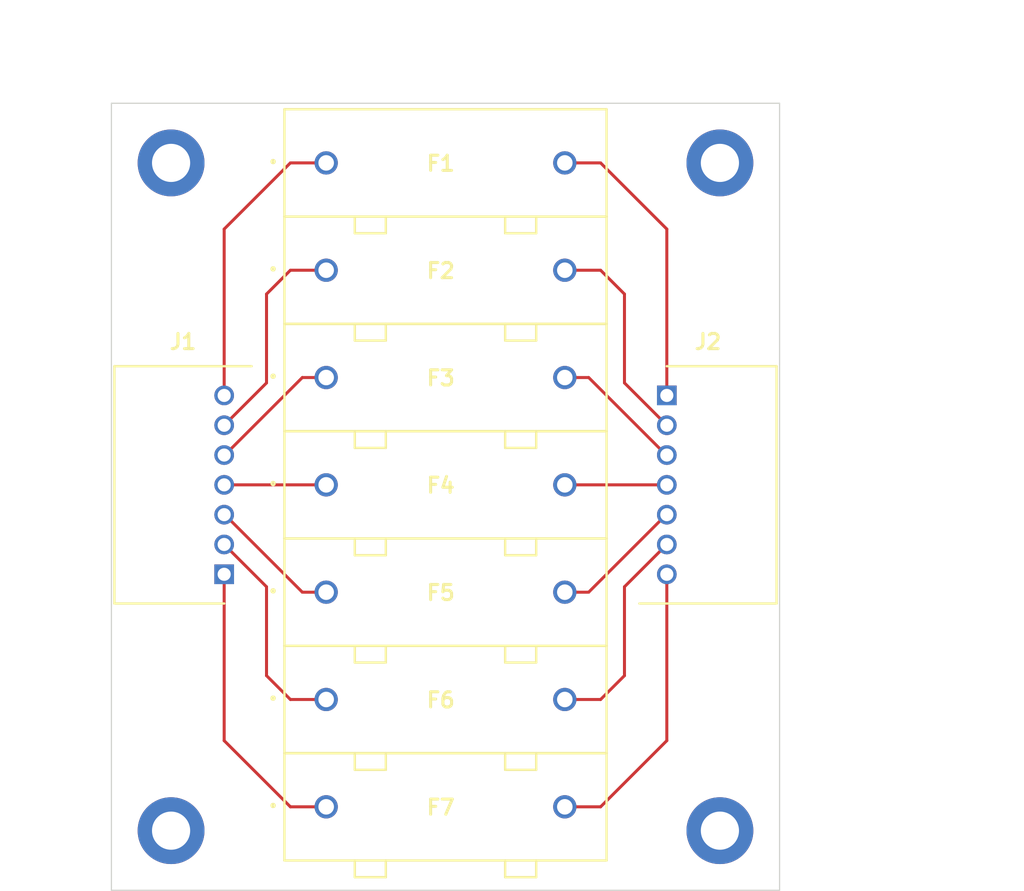
<source format=kicad_pcb>
(kicad_pcb (version 20221018) (generator pcbnew)
  (layers (0 "F.Cu" signal) (31 "B.Cu" signal) (34 "B.Paste" user) (35 "F.Paste" user) (36 "B.SilkS" user "B.Silkscreen") (37 "F.SilkS" user "F.Silkscreen") (38 "B.Mask" user) (39 "F.Mask" user) (44 "Edge.Cuts" user))
  (net 0 "")
  (net 1 "Net-(F1-Pad1)")
  (net 2 "Net-(F1-Pad2)")
  (net 3 "Net-(F2-Pad1)")
  (net 4 "Net-(F2-Pad2)")
  (net 5 "Net-(F3-Pad1)")
  (net 6 "Net-(F3-Pad2)")
  (net 7 "Net-(F4-Pad1)")
  (net 8 "Net-(F4-Pad2)")
  (net 9 "Net-(F5-Pad1)")
  (net 10 "Net-(F5-Pad2)")
  (net 11 "Net-(F6-Pad1)")
  (net 12 "Net-(F6-Pad2)")
  (net 13 "Net-(F7-Pad1)")
  (net 14 "Net-(F7-Pad2)")
  (footprint "SamacSys_Parts:F-60-A" (layer "F.Cu") (at 138 114)
    (fp_text reference "F6" (at -0.39869 0.04978) (layer "F.SilkS") (effects (font (size 1.27 1.27) (thickness 0.254))))
    (fp_text value "Fuse" hide)
    (fp_line (start -13.5 -4.5) (end 13.5 -4.5) (stroke (width 0.2)) (layer "F.SilkS"))
    (fp_line (start -13.5 4.5) (end -13.5 -4.5) (stroke (width 0.2)) (layer "F.SilkS"))
    (fp_line (start -7.6 4.5) (end -7.6 5.9) (stroke (width 0.2)) (layer "F.SilkS"))
    (fp_line (start -7.6 5.9) (end -5 5.9) (stroke (width 0.2)) (layer "F.SilkS"))
    (fp_line (start -5 5.9) (end -5 4.5) (stroke (width 0.2)) (layer "F.SilkS"))
    (fp_line (start 5 4.5) (end 5 5.9) (stroke (width 0.2)) (layer "F.SilkS"))
    (fp_line (start 5 5.9) (end 7.6 5.9) (stroke (width 0.2)) (layer "F.SilkS"))
    (fp_line (start 7.6 5.9) (end 7.6 4.5) (stroke (width 0.2)) (layer "F.SilkS"))
    (fp_line (start 13.5 -4.5) (end 13.5 4.5) (stroke (width 0.2)) (layer "F.SilkS"))
    (fp_line (start 13.5 4.5) (end -13.5 4.5) (stroke (width 0.2)) (layer "F.SilkS"))
    (fp_circle (center -14.448 -0.112) (end -14.448 0.01558) (stroke (width 0.2)) (fill none) (layer "F.SilkS"))
    (pad "1" thru_hole circle (at -10 0) (size 1.95 1.95) (drill 1.3) (layers "*.Cu" "*.Mask") (net 11 "Net-(F6-Pad1)"))
    (pad "2" thru_hole circle (at 10 0) (size 1.95 1.95) (drill 1.3) (layers "*.Cu" "*.Mask") (net 12 "Net-(F6-Pad2)"))
  )
  (footprint "SamacSys_Parts:SHDRRA7W64P0X250_1X7_1990X1150X610P" (layer "F.Cu") (at 119.45 103.5 90)
    (fp_text reference "J1" (at 19.5 -3.45 180) (layer "F.SilkS") (effects (font (size 1.27 1.27) (thickness 0.254))))
    (fp_text value "S7B-XH-A_LF__SN_" hide)
    (fp_line (start -2.45 -9.2) (end 17.45 -9.2) (stroke (width 0.2)) (layer "F.SilkS"))
    (fp_line (start -2.45 0) (end -2.45 -9.2) (stroke (width 0.2)) (layer "F.SilkS"))
    (fp_line (start 17.45 -9.2) (end 17.45 2.3) (stroke (width 0.2)) (layer "F.SilkS"))
    (pad "1" thru_hole rect (at 0 0 90) (size 1.65 1.65) (drill 1.1) (layers "*.Cu" "*.Mask") (net 13 "Net-(F7-Pad1)"))
    (pad "2" thru_hole circle (at 2.5 0 90) (size 1.65 1.65) (drill 1.1) (layers "*.Cu" "*.Mask") (net 11 "Net-(F6-Pad1)"))
    (pad "3" thru_hole circle (at 5 0 90) (size 1.65 1.65) (drill 1.1) (layers "*.Cu" "*.Mask") (net 9 "Net-(F5-Pad1)"))
    (pad "4" thru_hole circle (at 7.5 0 90) (size 1.65 1.65) (drill 1.1) (layers "*.Cu" "*.Mask") (net 7 "Net-(F4-Pad1)"))
    (pad "5" thru_hole circle (at 10 0 90) (size 1.65 1.65) (drill 1.1) (layers "*.Cu" "*.Mask") (net 5 "Net-(F3-Pad1)"))
    (pad "6" thru_hole circle (at 12.5 0 90) (size 1.65 1.65) (drill 1.1) (layers "*.Cu" "*.Mask") (net 3 "Net-(F2-Pad1)"))
    (pad "7" thru_hole circle (at 15 0 90) (size 1.65 1.65) (drill 1.1) (layers "*.Cu" "*.Mask") (net 1 "Net-(F1-Pad1)"))
  )
  (footprint "MountingHole:MountingHole_3.2mm_M3_DIN965_Pad" (layer "F.Cu") (at 161 69)
    (fp_text reference "REF**" hide)
    (fp_text value "MountingHole_3.2mm_M3_DIN965_Pad")
    (pad "1" thru_hole circle (at 0 0) (size 5.6 5.6) (drill 3.2) (layers "F&B.Cu" "*.Mask"))
  )
  (footprint "SamacSys_Parts:SHDRRA7W64P0X250_1X7_1990X1150X610P" (layer "F.Cu") (at 156.55 88.5 -90)
    (fp_text reference "J2" (at -4.5 -3.45 180) (layer "F.SilkS") (effects (font (size 1.27 1.27) (thickness 0.254))))
    (fp_text value "S7B-XH-A_LF__SN_" hide)
    (fp_line (start -2.45 -9.2) (end 17.45 -9.2) (stroke (width 0.2)) (layer "F.SilkS"))
    (fp_line (start -2.45 0) (end -2.45 -9.2) (stroke (width 0.2)) (layer "F.SilkS"))
    (fp_line (start 17.45 -9.2) (end 17.45 2.3) (stroke (width 0.2)) (layer "F.SilkS"))
    (pad "1" thru_hole rect (at 0 0 270) (size 1.65 1.65) (drill 1.1) (layers "*.Cu" "*.Mask") (net 2 "Net-(F1-Pad2)"))
    (pad "2" thru_hole circle (at 2.5 0 270) (size 1.65 1.65) (drill 1.1) (layers "*.Cu" "*.Mask") (net 4 "Net-(F2-Pad2)"))
    (pad "3" thru_hole circle (at 5 0 270) (size 1.65 1.65) (drill 1.1) (layers "*.Cu" "*.Mask") (net 6 "Net-(F3-Pad2)"))
    (pad "4" thru_hole circle (at 7.5 0 270) (size 1.65 1.65) (drill 1.1) (layers "*.Cu" "*.Mask") (net 8 "Net-(F4-Pad2)"))
    (pad "5" thru_hole circle (at 10 0 270) (size 1.65 1.65) (drill 1.1) (layers "*.Cu" "*.Mask") (net 10 "Net-(F5-Pad2)"))
    (pad "6" thru_hole circle (at 12.5 0 270) (size 1.65 1.65) (drill 1.1) (layers "*.Cu" "*.Mask") (net 12 "Net-(F6-Pad2)"))
    (pad "7" thru_hole circle (at 15 0 270) (size 1.65 1.65) (drill 1.1) (layers "*.Cu" "*.Mask") (net 14 "Net-(F7-Pad2)"))
  )
  (footprint "SamacSys_Parts:F-60-A" (layer "F.Cu") (at 138 105)
    (fp_text reference "F5" (at -0.39869 0.04978) (layer "F.SilkS") (effects (font (size 1.27 1.27) (thickness 0.254))))
    (fp_text value "Fuse" hide)
    (fp_line (start -13.5 -4.5) (end 13.5 -4.5) (stroke (width 0.2)) (layer "F.SilkS"))
    (fp_line (start -13.5 4.5) (end -13.5 -4.5) (stroke (width 0.2)) (layer "F.SilkS"))
    (fp_line (start -7.6 4.5) (end -7.6 5.9) (stroke (width 0.2)) (layer "F.SilkS"))
    (fp_line (start -7.6 5.9) (end -5 5.9) (stroke (width 0.2)) (layer "F.SilkS"))
    (fp_line (start -5 5.9) (end -5 4.5) (stroke (width 0.2)) (layer "F.SilkS"))
    (fp_line (start 5 4.5) (end 5 5.9) (stroke (width 0.2)) (layer "F.SilkS"))
    (fp_line (start 5 5.9) (end 7.6 5.9) (stroke (width 0.2)) (layer "F.SilkS"))
    (fp_line (start 7.6 5.9) (end 7.6 4.5) (stroke (width 0.2)) (layer "F.SilkS"))
    (fp_line (start 13.5 -4.5) (end 13.5 4.5) (stroke (width 0.2)) (layer "F.SilkS"))
    (fp_line (start 13.5 4.5) (end -13.5 4.5) (stroke (width 0.2)) (layer "F.SilkS"))
    (fp_circle (center -14.448 -0.112) (end -14.448 0.01558) (stroke (width 0.2)) (fill none) (layer "F.SilkS"))
    (pad "1" thru_hole circle (at -10 0) (size 1.95 1.95) (drill 1.3) (layers "*.Cu" "*.Mask") (net 9 "Net-(F5-Pad1)"))
    (pad "2" thru_hole circle (at 10 0) (size 1.95 1.95) (drill 1.3) (layers "*.Cu" "*.Mask") (net 10 "Net-(F5-Pad2)"))
  )
  (footprint "SamacSys_Parts:F-60-A" (layer "F.Cu") (at 138 69)
    (fp_text reference "F1" (at -0.39869 0.04978) (layer "F.SilkS") (effects (font (size 1.27 1.27) (thickness 0.254))))
    (fp_text value "Fuse" hide)
    (fp_line (start -13.5 -4.5) (end 13.5 -4.5) (stroke (width 0.2)) (layer "F.SilkS"))
    (fp_line (start -13.5 4.5) (end -13.5 -4.5) (stroke (width 0.2)) (layer "F.SilkS"))
    (fp_line (start -7.6 4.5) (end -7.6 5.9) (stroke (width 0.2)) (layer "F.SilkS"))
    (fp_line (start -7.6 5.9) (end -5 5.9) (stroke (width 0.2)) (layer "F.SilkS"))
    (fp_line (start -5 5.9) (end -5 4.5) (stroke (width 0.2)) (layer "F.SilkS"))
    (fp_line (start 5 4.5) (end 5 5.9) (stroke (width 0.2)) (layer "F.SilkS"))
    (fp_line (start 5 5.9) (end 7.6 5.9) (stroke (width 0.2)) (layer "F.SilkS"))
    (fp_line (start 7.6 5.9) (end 7.6 4.5) (stroke (width 0.2)) (layer "F.SilkS"))
    (fp_line (start 13.5 -4.5) (end 13.5 4.5) (stroke (width 0.2)) (layer "F.SilkS"))
    (fp_line (start 13.5 4.5) (end -13.5 4.5) (stroke (width 0.2)) (layer "F.SilkS"))
    (fp_circle (center -14.448 -0.112) (end -14.448 0.01558) (stroke (width 0.2)) (fill none) (layer "F.SilkS"))
    (pad "1" thru_hole circle (at -10 0) (size 1.95 1.95) (drill 1.3) (layers "*.Cu" "*.Mask") (net 1 "Net-(F1-Pad1)"))
    (pad "2" thru_hole circle (at 10 0) (size 1.95 1.95) (drill 1.3) (layers "*.Cu" "*.Mask") (net 2 "Net-(F1-Pad2)"))
  )
  (footprint "MountingHole:MountingHole_3.2mm_M3_DIN965_Pad" (layer "F.Cu") (at 115 125)
    (fp_text reference "REF**" hide)
    (fp_text value "MountingHole_3.2mm_M3_DIN965_Pad")
    (pad "1" thru_hole circle (at 0 0) (size 5.6 5.6) (drill 3.2) (layers "F&B.Cu" "*.Mask"))
  )
  (footprint "MountingHole:MountingHole_3.2mm_M3_DIN965_Pad" (layer "F.Cu") (at 115 69)
    (fp_text reference "REF**" hide)
    (fp_text value "MountingHole_3.2mm_M3_DIN965_Pad")
    (pad "1" thru_hole circle (at 0 0) (size 5.6 5.6) (drill 3.2) (layers "*.Cu" "*.Mask"))
  )
  (footprint "SamacSys_Parts:F-60-A" (layer "F.Cu") (at 138 78)
    (fp_text reference "F2" (at -0.39869 0.04978) (layer "F.SilkS") (effects (font (size 1.27 1.27) (thickness 0.254))))
    (fp_text value "Fuse" hide)
    (fp_line (start -13.5 -4.5) (end 13.5 -4.5) (stroke (width 0.2)) (layer "F.SilkS"))
    (fp_line (start -13.5 4.5) (end -13.5 -4.5) (stroke (width 0.2)) (layer "F.SilkS"))
    (fp_line (start -7.6 4.5) (end -7.6 5.9) (stroke (width 0.2)) (layer "F.SilkS"))
    (fp_line (start -7.6 5.9) (end -5 5.9) (stroke (width 0.2)) (layer "F.SilkS"))
    (fp_line (start -5 5.9) (end -5 4.5) (stroke (width 0.2)) (layer "F.SilkS"))
    (fp_line (start 5 4.5) (end 5 5.9) (stroke (width 0.2)) (layer "F.SilkS"))
    (fp_line (start 5 5.9) (end 7.6 5.9) (stroke (width 0.2)) (layer "F.SilkS"))
    (fp_line (start 7.6 5.9) (end 7.6 4.5) (stroke (width 0.2)) (layer "F.SilkS"))
    (fp_line (start 13.5 -4.5) (end 13.5 4.5) (stroke (width 0.2)) (layer "F.SilkS"))
    (fp_line (start 13.5 4.5) (end -13.5 4.5) (stroke (width 0.2)) (layer "F.SilkS"))
    (fp_circle (center -14.448 -0.112) (end -14.448 0.01558) (stroke (width 0.2)) (fill none) (layer "F.SilkS"))
    (pad "1" thru_hole circle (at -10 0) (size 1.95 1.95) (drill 1.3) (layers "*.Cu" "*.Mask") (net 3 "Net-(F2-Pad1)"))
    (pad "2" thru_hole circle (at 10 0) (size 1.95 1.95) (drill 1.3) (layers "*.Cu" "*.Mask") (net 4 "Net-(F2-Pad2)"))
  )
  (footprint "SamacSys_Parts:F-60-A" (layer "F.Cu") (at 138 87)
    (fp_text reference "F3" (at -0.39869 0.04978) (layer "F.SilkS") (effects (font (size 1.27 1.27) (thickness 0.254))))
    (fp_text value "Fuse" hide)
    (fp_line (start -13.5 -4.5) (end 13.5 -4.5) (stroke (width 0.2)) (layer "F.SilkS"))
    (fp_line (start -13.5 4.5) (end -13.5 -4.5) (stroke (width 0.2)) (layer "F.SilkS"))
    (fp_line (start -7.6 4.5) (end -7.6 5.9) (stroke (width 0.2)) (layer "F.SilkS"))
    (fp_line (start -7.6 5.9) (end -5 5.9) (stroke (width 0.2)) (layer "F.SilkS"))
    (fp_line (start -5 5.9) (end -5 4.5) (stroke (width 0.2)) (layer "F.SilkS"))
    (fp_line (start 5 4.5) (end 5 5.9) (stroke (width 0.2)) (layer "F.SilkS"))
    (fp_line (start 5 5.9) (end 7.6 5.9) (stroke (width 0.2)) (layer "F.SilkS"))
    (fp_line (start 7.6 5.9) (end 7.6 4.5) (stroke (width 0.2)) (layer "F.SilkS"))
    (fp_line (start 13.5 -4.5) (end 13.5 4.5) (stroke (width 0.2)) (layer "F.SilkS"))
    (fp_line (start 13.5 4.5) (end -13.5 4.5) (stroke (width 0.2)) (layer "F.SilkS"))
    (fp_circle (center -14.448 -0.112) (end -14.448 0.01558) (stroke (width 0.2)) (fill none) (layer "F.SilkS"))
    (pad "1" thru_hole circle (at -10 0) (size 1.95 1.95) (drill 1.3) (layers "*.Cu" "*.Mask") (net 5 "Net-(F3-Pad1)"))
    (pad "2" thru_hole circle (at 10 0) (size 1.95 1.95) (drill 1.3) (layers "*.Cu" "*.Mask") (net 6 "Net-(F3-Pad2)"))
  )
  (footprint "MountingHole:MountingHole_3.2mm_M3_DIN965_Pad" (layer "F.Cu") (at 161 125)
    (fp_text reference "REF**" hide)
    (fp_text value "MountingHole_3.2mm_M3_DIN965_Pad")
    (pad "1" thru_hole circle (at 0 0) (size 5.6 5.6) (drill 3.2) (layers "F&B.Cu" "*.Mask"))
  )
  (footprint "SamacSys_Parts:F-60-A" (layer "F.Cu") (at 138 123)
    (fp_text reference "F7" (at -0.39869 0.04978) (layer "F.SilkS") (effects (font (size 1.27 1.27) (thickness 0.254))))
    (fp_text value "Fuse" hide)
    (fp_line (start -13.5 -4.5) (end 13.5 -4.5) (stroke (width 0.2)) (layer "F.SilkS"))
    (fp_line (start -13.5 4.5) (end -13.5 -4.5) (stroke (width 0.2)) (layer "F.SilkS"))
    (fp_line (start -7.6 4.5) (end -7.6 5.9) (stroke (width 0.2)) (layer "F.SilkS"))
    (fp_line (start -7.6 5.9) (end -5 5.9) (stroke (width 0.2)) (layer "F.SilkS"))
    (fp_line (start -5 5.9) (end -5 4.5) (stroke (width 0.2)) (layer "F.SilkS"))
    (fp_line (start 5 4.5) (end 5 5.9) (stroke (width 0.2)) (layer "F.SilkS"))
    (fp_line (start 5 5.9) (end 7.6 5.9) (stroke (width 0.2)) (layer "F.SilkS"))
    (fp_line (start 7.6 5.9) (end 7.6 4.5) (stroke (width 0.2)) (layer "F.SilkS"))
    (fp_line (start 13.5 -4.5) (end 13.5 4.5) (stroke (width 0.2)) (layer "F.SilkS"))
    (fp_line (start 13.5 4.5) (end -13.5 4.5) (stroke (width 0.2)) (layer "F.SilkS"))
    (fp_circle (center -14.448 -0.112) (end -14.448 0.01558) (stroke (width 0.2)) (fill none) (layer "F.SilkS"))
    (pad "1" thru_hole circle (at -10 0) (size 1.95 1.95) (drill 1.3) (layers "*.Cu" "*.Mask") (net 13 "Net-(F7-Pad1)"))
    (pad "2" thru_hole circle (at 10 0) (size 1.95 1.95) (drill 1.3) (layers "*.Cu" "*.Mask") (net 14 "Net-(F7-Pad2)"))
  )
  (footprint "SamacSys_Parts:F-60-A" (layer "F.Cu") (at 138 96)
    (fp_text reference "F4" (at -0.39869 0.04978) (layer "F.SilkS") (effects (font (size 1.27 1.27) (thickness 0.254))))
    (fp_text value "Fuse" hide)
    (fp_line (start -13.5 -4.5) (end 13.5 -4.5) (stroke (width 0.2)) (layer "F.SilkS"))
    (fp_line (start -13.5 4.5) (end -13.5 -4.5) (stroke (width 0.2)) (layer "F.SilkS"))
    (fp_line (start -7.6 4.5) (end -7.6 5.9) (stroke (width 0.2)) (layer "F.SilkS"))
    (fp_line (start -7.6 5.9) (end -5 5.9) (stroke (width 0.2)) (layer "F.SilkS"))
    (fp_line (start -5 5.9) (end -5 4.5) (stroke (width 0.2)) (layer "F.SilkS"))
    (fp_line (start 5 4.5) (end 5 5.9) (stroke (width 0.2)) (layer "F.SilkS"))
    (fp_line (start 5 5.9) (end 7.6 5.9) (stroke (width 0.2)) (layer "F.SilkS"))
    (fp_line (start 7.6 5.9) (end 7.6 4.5) (stroke (width 0.2)) (layer "F.SilkS"))
    (fp_line (start 13.5 -4.5) (end 13.5 4.5) (stroke (width 0.2)) (layer "F.SilkS"))
    (fp_line (start 13.5 4.5) (end -13.5 4.5) (stroke (width 0.2)) (layer "F.SilkS"))
    (fp_circle (center -14.448 -0.112) (end -14.448 0.01558) (stroke (width 0.2)) (fill none) (layer "F.SilkS"))
    (pad "1" thru_hole circle (at -10 0) (size 1.95 1.95) (drill 1.3) (layers "*.Cu" "*.Mask") (net 7 "Net-(F4-Pad1)"))
    (pad "2" thru_hole circle (at 10 0) (size 1.95 1.95) (drill 1.3) (layers "*.Cu" "*.Mask") (net 8 "Net-(F4-Pad2)"))
  )
  (gr_line (start 110 130) (end 110 64) (stroke (width 0.1)) (layer "Edge.Cuts"))
  (gr_line (start 110 64) (end 166 64) (stroke (width 0.1)) (layer "Edge.Cuts"))
  (gr_line (start 166 64) (end 166 130) (stroke (width 0.1)) (layer "Edge.Cuts"))
  (gr_line (start 166 130) (end 110 130) (stroke (width 0.1)) (layer "Edge.Cuts"))
  (segment (start 119.45 74.55) (end 125 69) (width 0.25) (layer "F.Cu") (net 1))
  (segment (start 125 69) (end 128 69) (width 0.25) (layer "F.Cu") (net 1))
  (segment (start 119.45 88.5) (end 119.45 74.55) (width 0.25) (layer "F.Cu") (net 1))
  (segment (start 156.55 74.55) (end 156.55 88.5) (width 0.25) (layer "F.Cu") (net 2))
  (segment (start 151 69) (end 156.55 74.55) (width 0.25) (layer "F.Cu") (net 2))
  (segment (start 148 69) (end 151 69) (width 0.25) (layer "F.Cu") (net 2))
  (segment (start 123 87.45) (end 119.45 91) (width 0.25) (layer "F.Cu") (net 3))
  (segment (start 125 78) (end 123 80) (width 0.25) (layer "F.Cu") (net 3))
  (segment (start 123 80) (end 123 87.45) (width 0.25) (layer "F.Cu") (net 3))
  (segment (start 128 78) (end 125 78) (width 0.25) (layer "F.Cu") (net 3))
  (segment (start 151 78) (end 153 80) (width 0.25) (layer "F.Cu") (net 4))
  (segment (start 153 87.45) (end 156.55 91) (width 0.25) (layer "F.Cu") (net 4))
  (segment (start 148 78) (end 151 78) (width 0.25) (layer "F.Cu") (net 4))
  (segment (start 153 80) (end 153 87.45) (width 0.25) (layer "F.Cu") (net 4))
  (segment (start 128 87) (end 126 87) (width 0.25) (layer "F.Cu") (net 5))
  (segment (start 119.5 93.5) (end 119.45 93.5) (width 0.25) (layer "F.Cu") (net 5))
  (segment (start 126 87) (end 119.5 93.5) (width 0.25) (layer "F.Cu") (net 5))
  (segment (start 148 87) (end 150 87) (width 0.25) (layer "F.Cu") (net 6))
  (segment (start 150 87) (end 156.5 93.5) (width 0.25) (layer "F.Cu") (net 6))
  (segment (start 156.5 93.5) (end 156.55 93.5) (width 0.25) (layer "F.Cu") (net 6))
  (segment (start 128 96) (end 119.45 96) (width 0.25) (layer "F.Cu") (net 7))
  (segment (start 148 96) (end 156.55 96) (width 0.25) (layer "F.Cu") (net 8))
  (segment (start 119.5 98.5) (end 126 105) (width 0.25) (layer "F.Cu") (net 9))
  (segment (start 119.45 98.5) (end 119.5 98.5) (width 0.25) (layer "F.Cu") (net 9))
  (segment (start 126 105) (end 128 105) (width 0.25) (layer "F.Cu") (net 9))
  (segment (start 148 105) (end 150 105) (width 0.25) (layer "F.Cu") (net 10))
  (segment (start 156.5 98.5) (end 156.55 98.5) (width 0.25) (layer "F.Cu") (net 10))
  (segment (start 150 105) (end 156.5 98.5) (width 0.25) (layer "F.Cu") (net 10))
  (segment (start 119.45 101) (end 123 104.55) (width 0.25) (layer "F.Cu") (net 11))
  (segment (start 125 114) (end 128 114) (width 0.25) (layer "F.Cu") (net 11))
  (segment (start 123 104.55) (end 123 112) (width 0.25) (layer "F.Cu") (net 11))
  (segment (start 123 112) (end 125 114) (width 0.25) (layer "F.Cu") (net 11))
  (segment (start 151 114) (end 148 114) (width 0.25) (layer "F.Cu") (net 12))
  (segment (start 153 104.55) (end 153 112) (width 0.25) (layer "F.Cu") (net 12))
  (segment (start 153 112) (end 151 114) (width 0.25) (layer "F.Cu") (net 12))
  (segment (start 156.55 101) (end 153 104.55) (width 0.25) (layer "F.Cu") (net 12))
  (segment (start 119.45 117.45) (end 125 123) (width 0.25) (layer "F.Cu") (net 13))
  (segment (start 119.45 103.5) (end 119.45 117.45) (width 0.25) (layer "F.Cu") (net 13))
  (segment (start 125 123) (end 128 123) (width 0.25) (layer "F.Cu") (net 13))
  (segment (start 156.55 117.45) (end 151 123) (width 0.25) (layer "F.Cu") (net 14))
  (segment (start 156.55 103.5) (end 156.55 117.45) (width 0.25) (layer "F.Cu") (net 14))
  (segment (start 151 123) (end 148 123) (width 0.25) (layer "F.Cu") (net 14))
)
</source>
